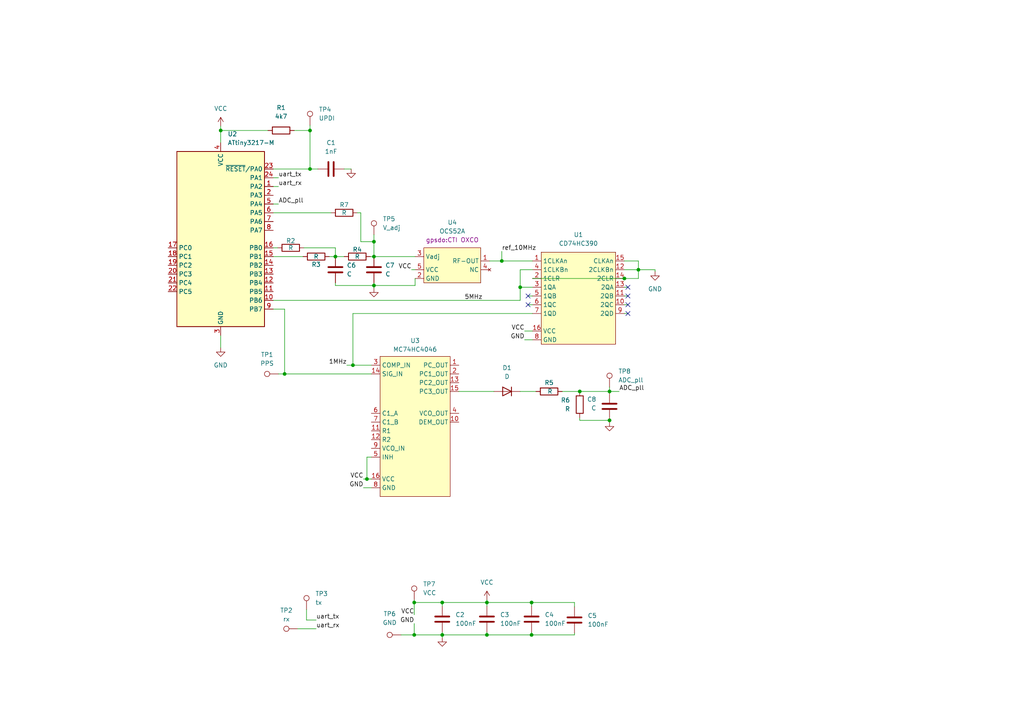
<source format=kicad_sch>
(kicad_sch (version 20211123) (generator eeschema)
  (paper "A4")
  (lib_symbols
    (symbol "Connector:TestPoint" (pin_numbers hide) (pin_names (offset 0.762) hide)
      (property "Reference" "TP" (at 0 6.858 0))
      (property "Value" "TestPoint" (at 0 5.08 0))
      (symbol "TestPoint_0_1"
        (circle (center 0 3.302) (radius 0.762))
      )
      (symbol "TestPoint_1_1"
        (pin passive line (at 0 0 90) (length 2.54) (name "1") (number "1"))
      )
    )
    (symbol "Device:C" (pin_numbers hide) (pin_names (offset 0.254))
      (property "Reference" "C" (at 0.635 2.54 0))
      (property "Value" "C" (at 0.635 -2.54 0))
      (symbol "C_0_1"
        (polyline (pts (xy -2.032 -0.762) (xy 2.032 -0.762)) (stroke (width 0.508)))
        (polyline (pts (xy -2.032 0.762) (xy 2.032 0.762)) (stroke (width 0.508)))
      )
      (symbol "C_1_1"
        (pin passive line (at 0 3.81 270) (length 2.794) (name "~") (number "1"))
        (pin passive line (at 0 -3.81 90) (length 2.794) (name "~") (number "2"))
      )
    )
    (symbol "Device:D" (pin_numbers hide) (pin_names (offset 1.016) hide)
      (property "Reference" "D" (at 0 2.54 0))
      (property "Value" "D" (at 0 -2.54 0))
      (symbol "D_0_1"
        (polyline (pts (xy -1.27 1.27) (xy -1.27 -1.27)) (stroke (width 0.254)))
        (polyline (pts (xy 1.27 0) (xy -1.27 0)))
        (polyline (pts (xy 1.27 1.27) (xy 1.27 -1.27) (xy -1.27 0) (xy 1.27 1.27)) (stroke (width 0.254)))
      )
      (symbol "D_1_1"
        (pin passive line (at -3.81 0 0) (length 2.54) (name "K") (number "1"))
        (pin passive line (at 3.81 0 180) (length 2.54) (name "A") (number "2"))
      )
    )
    (symbol "Device:R" (pin_numbers hide) (pin_names (offset 0))
      (property "Reference" "R" (at 2.032 0 90))
      (property "Value" "R" (at 0 0 90))
      (symbol "R_0_1"
        (rectangle (start -1.016 -2.54) (end 1.016 2.54) (stroke (width 0.254)))
      )
      (symbol "R_1_1"
        (pin passive line (at 0 3.81 270) (length 1.27) (name "~") (number "1"))
        (pin passive line (at 0 -3.81 90) (length 1.27) (name "~") (number "2"))
      )
    )
    (symbol "MCU_Microchip_ATtiny:ATtiny3217-M"
      (property "Reference" "U" (at -12.7 26.67 0))
      (property "Value" "ATtiny3217-M" (at 2.54 -26.67 0))
      (symbol "ATtiny3217-M_0_1"
        (rectangle (start -12.7 -25.4) (end 12.7 25.4) (stroke (width 0.254)) (fill (type background)))
      )
      (symbol "ATtiny3217-M_1_1"
        (pin bidirectional line (at 15.24 15.24 180) (length 2.54) (name "PA2") (number "1"))
        (pin bidirectional line (at 15.24 -17.78 180) (length 2.54) (name "PB6") (number "10"))
        (pin bidirectional line (at 15.24 -15.24 180) (length 2.54) (name "PB5") (number "11"))
        (pin bidirectional line (at 15.24 -12.7 180) (length 2.54) (name "PB4") (number "12"))
        (pin bidirectional line (at 15.24 -10.16 180) (length 2.54) (name "PB3") (number "13"))
        (pin bidirectional line (at 15.24 -7.62 180) (length 2.54) (name "PB2") (number "14"))
        (pin bidirectional line (at 15.24 -5.08 180) (length 2.54) (name "PB1") (number "15"))
        (pin bidirectional line (at 15.24 -2.54 180) (length 2.54) (name "PB0") (number "16"))
        (pin bidirectional line (at -15.24 -2.54 0) (length 2.54) (name "PC0") (number "17"))
        (pin bidirectional line (at -15.24 -5.08 0) (length 2.54) (name "PC1") (number "18"))
        (pin bidirectional line (at -15.24 -7.62 0) (length 2.54) (name "PC2") (number "19"))
        (pin bidirectional line (at 15.24 12.7 180) (length 2.54) (name "PA3") (number "2"))
        (pin bidirectional line (at -15.24 -10.16 0) (length 2.54) (name "PC3") (number "20"))
        (pin bidirectional line (at -15.24 -12.7 0) (length 2.54) (name "PC4") (number "21"))
        (pin bidirectional line (at -15.24 -15.24 0) (length 2.54) (name "PC5") (number "22"))
        (pin bidirectional line (at 15.24 20.32 180) (length 2.54) (name "~{RESET}/PA0") (number "23"))
        (pin bidirectional line (at 15.24 17.78 180) (length 2.54) (name "PA1") (number "24"))
        (pin passive line (at 0 -27.94 90) (length 2.54) hide (name "GND") (number "25"))
        (pin power_in line (at 0 -27.94 90) (length 2.54) (name "GND") (number "3"))
        (pin power_in line (at 0 27.94 270) (length 2.54) (name "VCC") (number "4"))
        (pin bidirectional line (at 15.24 10.16 180) (length 2.54) (name "PA4") (number "5"))
        (pin bidirectional line (at 15.24 7.62 180) (length 2.54) (name "PA5") (number "6"))
        (pin bidirectional line (at 15.24 5.08 180) (length 2.54) (name "PA6") (number "7"))
        (pin bidirectional line (at 15.24 2.54 180) (length 2.54) (name "PA7") (number "8"))
        (pin bidirectional line (at 15.24 -20.32 180) (length 2.54) (name "PB7") (number "9"))
      )
    )
    (symbol "gpsdo:CD74HC390"
      (property "Reference" "U" (at 0 17.78 0))
      (property "Value" "CD74HC390" (at 0 -15.24 0))
      (symbol "CD74HC390_0_1"
        (rectangle (start -11.43 13.97) (end 10.16 -12.7) (fill (type background)))
      )
      (symbol "CD74HC390_1_1"
        (pin input line (at -13.97 11.43 0) (length 2.54) (name "1CLKAn") (number "1"))
        (pin output line (at 12.7 -1.27 180) (length 2.54) (name "2QC") (number "10"))
        (pin output line (at 12.7 1.27 180) (length 2.54) (name "2QB") (number "11"))
        (pin input line (at 12.7 8.89 180) (length 2.54) (name "2CLKBn") (number "12"))
        (pin output line (at 12.7 3.81 180) (length 2.54) (name "2QA") (number "13"))
        (pin input line (at 12.7 6.35 180) (length 2.54) (name "2CLR") (number "14"))
        (pin input line (at 12.7 11.43 180) (length 2.54) (name "CLKAn") (number "15"))
        (pin input line (at -13.97 -8.89 0) (length 2.54) (name "VCC") (number "16"))
        (pin input line (at -13.97 6.35 0) (length 2.54) (name "1CLR") (number "2"))
        (pin output line (at -13.97 3.81 0) (length 2.54) (name "1QA") (number "3"))
        (pin input line (at -13.97 8.89 0) (length 2.54) (name "1CLKBn") (number "4"))
        (pin output line (at -13.97 1.27 0) (length 2.54) (name "1QB") (number "5"))
        (pin output line (at -13.97 -1.27 0) (length 2.54) (name "1QC") (number "6"))
        (pin output line (at -13.97 -3.81 0) (length 2.54) (name "1QD") (number "7"))
        (pin output line (at -13.97 -11.43 0) (length 2.54) (name "GND") (number "8"))
        (pin output line (at 12.7 -3.81 180) (length 2.54) (name "2QD") (number "9"))
      )
    )
    (symbol "gpsdo:MC74HC4046"
      (property "Reference" "U" (at 0 24.13 0))
      (property "Value" "MC74HC4046" (at 0 -21.59 0))
      (symbol "MC74HC4046_0_1"
        (rectangle (start -10.16 21.59) (end 10.16 -19.05) (fill (type background)))
      )
      (symbol "MC74HC4046_1_1"
        (pin output line (at 12.7 19.05 180) (length 2.54) (name "PC_OUT") (number "1"))
        (pin output line (at 12.7 2.54 180) (length 2.54) (name "DEM_OUT") (number "10"))
        (pin input line (at -12.7 0 0) (length 2.54) (name "R1") (number "11"))
        (pin input line (at -12.7 -2.54 0) (length 2.54) (name "R2") (number "12"))
        (pin output line (at 12.7 13.97 180) (length 2.54) (name "PC2_OUT") (number "13"))
        (pin input line (at -12.7 16.51 0) (length 2.54) (name "SIG_IN") (number "14"))
        (pin output line (at 12.7 11.43 180) (length 2.54) (name "PC3_OUT") (number "15"))
        (pin input line (at -12.7 -13.97 0) (length 2.54) (name "VCC") (number "16"))
        (pin output line (at 12.7 16.51 180) (length 2.54) (name "PC1_OUT") (number "2"))
        (pin input line (at -12.7 19.05 0) (length 2.54) (name "COMP_IN") (number "3"))
        (pin output line (at 12.7 5.08 180) (length 2.54) (name "VCO_OUT") (number "4"))
        (pin input line (at -12.7 -7.62 0) (length 2.54) (name "INH") (number "5"))
        (pin input line (at -12.7 5.08 0) (length 2.54) (name "C1_A") (number "6"))
        (pin input line (at -12.7 2.54 0) (length 2.54) (name "C1_B") (number "7"))
        (pin input line (at -12.7 -16.51 0) (length 2.54) (name "GND") (number "8"))
        (pin input line (at -12.7 -5.08 0) (length 2.54) (name "VCO_IN") (number "9"))
      )
    )
    (symbol "gpsdo:OCS52A"
      (property "Reference" "U" (at 0 6.35 0))
      (property "Value" "OCS52A" (at 0 -6.35 0))
      (property "Footprint" "gpsdo:CTI OXCO" (at 0 -8.89 0))
      (symbol "OCS52A_0_1"
        (rectangle (start -7.62 5.08) (end 8.89 -5.08) (fill (type background)))
      )
      (symbol "OCS52A_1_1"
        (pin output line (at 11.43 1.27 180) (length 2.54) (name "RF-OUT") (number "1"))
        (pin output line (at -10.16 -3.81 0) (length 2.54) (name "GND") (number "2"))
        (pin input line (at -10.16 2.54 0) (length 2.54) (name "Vadj") (number "3"))
        (pin no_connect line (at 11.43 -1.27 180) (length 2.54) (name "NC") (number "4"))
        (pin input line (at -10.16 -1.27 0) (length 2.54) (name "VCC") (number "5"))
      )
    )
    (symbol "power:GND" (power) (pin_names (offset 0))
      (property "Value" "GND" (at 0 -3.81 0))
      (symbol "GND_0_1"
        (polyline (pts (xy 0 0) (xy 0 -1.27) (xy 1.27 -1.27) (xy 0 -2.54) (xy -1.27 -1.27) (xy 0 -1.27)))
      )
      (symbol "GND_1_1"
        (pin power_in line (at 0 0 270) (length 0) hide (name "GND") (number "1"))
      )
    )
    (symbol "power:VCC" (power) (pin_names (offset 0))
      (property "Value" "VCC" (at 0 3.81 0))
      (symbol "VCC_0_1"
        (polyline (pts (xy -0.762 1.27) (xy 0 2.54)))
        (polyline (pts (xy 0 0) (xy 0 2.54)))
        (polyline (pts (xy 0 2.54) (xy 0.762 1.27)))
      )
      (symbol "VCC_1_1"
        (pin power_in line (at 0 0 90) (length 0) hide (name "VCC") (number "1"))
      )
    )
  )
  (junction (at 102.362 105.918))
  (junction (at 176.784 113.538))
  (junction (at 108.458 82.804))
  (junction (at 82.55 108.458))
  (junction (at 108.458 74.422))
  (junction (at 97.282 74.422))
  (junction (at 154.178 174.752))
  (junction (at 141.224 174.752))
  (junction (at 120.142 174.752))
  (junction (at 181.102 80.772))
  (junction (at 120.142 184.15))
  (junction (at 168.148 113.538))
  (junction (at 108.458 70.104))
  (junction (at 89.916 49.022))
  (junction (at 106.426 138.938))
  (junction (at 128.27 174.752))
  (junction (at 176.784 121.92))
  (junction (at 141.224 184.15))
  (junction (at 145.542 75.692))
  (junction (at 154.178 184.15))
  (junction (at 89.916 37.846))
  (junction (at 150.876 83.312))
  (junction (at 185.166 78.232))
  (junction (at 128.27 184.15))
  (junction (at 64.008 37.846))
  (no_connect (at 153.162 88.392))
  (no_connect (at 182.118 85.852))
  (no_connect (at 182.118 83.312))
  (no_connect (at 182.118 88.392))
  (no_connect (at 182.118 90.932))
  (no_connect (at 153.162 85.852))
  (wire (pts (xy 128.27 184.912) (xy 128.27 184.15)))
  (wire (pts (xy 120.142 180.848) (xy 120.142 184.15)))
  (wire (pts (xy 168.148 113.538) (xy 176.784 113.538)))
  (wire (pts (xy 141.224 173.99) (xy 141.224 174.752)))
  (wire (pts (xy 108.458 82.042) (xy 108.458 82.804)))
  (wire (pts (xy 108.458 68.072) (xy 108.458 70.104)))
  (wire (pts (xy 108.458 82.804) (xy 97.282 82.804)))
  (wire (pts (xy 105.41 138.938) (xy 106.426 138.938)))
  (wire (pts (xy 145.542 75.692) (xy 145.542 72.898)))
  (wire (pts (xy 152.146 98.552) (xy 154.432 98.552)))
  (wire (pts (xy 89.916 37.846) (xy 85.344 37.846)))
  (wire (pts (xy 108.458 70.104) (xy 104.648 70.104)))
  (wire (pts (xy 181.102 85.852) (xy 182.118 85.852)))
  (wire (pts (xy 64.008 37.846) (xy 64.008 41.402)))
  (wire (pts (xy 82.55 108.458) (xy 82.55 89.662)))
  (wire (pts (xy 108.458 70.104) (xy 108.458 74.422)))
  (wire (pts (xy 80.772 108.458) (xy 82.55 108.458)))
  (wire (pts (xy 128.27 184.15) (xy 141.224 184.15)))
  (wire (pts (xy 133.096 113.538) (xy 143.256 113.538)))
  (wire (pts (xy 176.784 122.428) (xy 176.784 121.92)))
  (wire (pts (xy 97.282 82.042) (xy 97.282 82.804)))
  (wire (pts (xy 166.624 174.752) (xy 154.178 174.752)))
  (wire (pts (xy 88.138 71.882) (xy 97.282 71.882)))
  (wire (pts (xy 168.148 113.538) (xy 163.068 113.538)))
  (wire (pts (xy 79.248 74.422) (xy 87.884 74.422)))
  (wire (pts (xy 95.504 74.422) (xy 97.282 74.422)))
  (wire (pts (xy 176.784 114.046) (xy 176.784 113.538)))
  (wire (pts (xy 141.224 174.752) (xy 141.224 175.768)))
  (wire (pts (xy 104.648 61.722) (xy 103.632 61.722)))
  (wire (pts (xy 152.146 96.012) (xy 154.432 96.012)))
  (wire (pts (xy 120.396 82.804) (xy 108.458 82.804)))
  (wire (pts (xy 128.27 174.752) (xy 141.224 174.752)))
  (wire (pts (xy 176.784 113.538) (xy 179.578 113.538)))
  (wire (pts (xy 176.784 121.666) (xy 176.784 121.92)))
  (wire (pts (xy 168.148 121.92) (xy 168.148 121.158)))
  (wire (pts (xy 106.426 132.588) (xy 106.426 138.938)))
  (wire (pts (xy 107.696 108.458) (xy 82.55 108.458)))
  (wire (pts (xy 185.166 78.232) (xy 185.166 80.772)))
  (wire (pts (xy 185.166 78.232) (xy 189.992 78.232)))
  (wire (pts (xy 166.624 184.15) (xy 154.178 184.15)))
  (wire (pts (xy 107.442 74.422) (xy 108.458 74.422)))
  (wire (pts (xy 108.458 82.804) (xy 108.458 83.566)))
  (wire (pts (xy 150.876 78.232) (xy 150.876 83.312)))
  (wire (pts (xy 102.362 105.918) (xy 107.696 105.918)))
  (wire (pts (xy 119.38 78.232) (xy 120.396 78.232)))
  (wire (pts (xy 120.396 80.772) (xy 120.396 82.804)))
  (wire (pts (xy 96.012 61.722) (xy 79.248 61.722)))
  (wire (pts (xy 155.448 113.538) (xy 150.876 113.538)))
  (wire (pts (xy 154.432 78.232) (xy 150.876 78.232)))
  (wire (pts (xy 104.648 70.104) (xy 104.648 61.722)))
  (wire (pts (xy 120.142 178.308) (xy 120.142 174.752)))
  (wire (pts (xy 141.986 75.692) (xy 145.542 75.692)))
  (wire (pts (xy 154.178 174.752) (xy 154.178 175.768)))
  (wire (pts (xy 176.784 112.268) (xy 176.784 113.538)))
  (wire (pts (xy 105.41 141.478) (xy 107.696 141.478)))
  (wire (pts (xy 89.916 49.022) (xy 92.202 49.022)))
  (wire (pts (xy 79.248 71.882) (xy 80.518 71.882)))
  (wire (pts (xy 154.178 184.15) (xy 154.178 183.388)))
  (wire (pts (xy 181.102 90.932) (xy 182.118 90.932)))
  (wire (pts (xy 128.27 174.752) (xy 128.27 175.768)))
  (wire (pts (xy 153.162 85.852) (xy 154.432 85.852)))
  (wire (pts (xy 108.458 74.422) (xy 120.396 74.422)))
  (wire (pts (xy 181.102 78.232) (xy 185.166 78.232)))
  (wire (pts (xy 107.696 132.588) (xy 106.426 132.588)))
  (wire (pts (xy 100.584 105.918) (xy 102.362 105.918)))
  (wire (pts (xy 102.362 90.932) (xy 154.432 90.932)))
  (wire (pts (xy 181.102 88.392) (xy 182.118 88.392)))
  (wire (pts (xy 141.224 184.15) (xy 154.178 184.15)))
  (wire (pts (xy 106.426 138.938) (xy 107.696 138.938)))
  (wire (pts (xy 166.624 183.642) (xy 166.624 184.15)))
  (wire (pts (xy 181.102 80.772) (xy 185.166 80.772)))
  (wire (pts (xy 97.282 71.882) (xy 97.282 74.422)))
  (wire (pts (xy 77.724 37.846) (xy 64.008 37.846)))
  (wire (pts (xy 166.624 174.752) (xy 166.624 176.022)))
  (wire (pts (xy 88.9 179.832) (xy 91.694 179.832)))
  (wire (pts (xy 168.148 121.92) (xy 176.784 121.92)))
  (wire (pts (xy 97.282 74.422) (xy 99.822 74.422)))
  (wire (pts (xy 150.876 83.312) (xy 150.876 87.122)))
  (wire (pts (xy 141.224 174.752) (xy 154.178 174.752)))
  (wire (pts (xy 153.162 88.392) (xy 154.432 88.392)))
  (wire (pts (xy 64.008 100.838) (xy 64.008 97.282)))
  (wire (pts (xy 79.248 54.102) (xy 80.772 54.102)))
  (wire (pts (xy 86.36 182.372) (xy 91.694 182.372)))
  (wire (pts (xy 120.142 184.15) (xy 128.27 184.15)))
  (wire (pts (xy 181.102 83.312) (xy 182.118 83.312)))
  (wire (pts (xy 79.248 49.022) (xy 89.916 49.022)))
  (wire (pts (xy 185.166 75.692) (xy 185.166 78.232)))
  (wire (pts (xy 88.9 176.784) (xy 88.9 179.832)))
  (wire (pts (xy 79.248 59.182) (xy 80.772 59.182)))
  (wire (pts (xy 150.876 83.312) (xy 154.432 83.312)))
  (wire (pts (xy 128.27 184.15) (xy 128.27 183.388)))
  (wire (pts (xy 120.142 174.752) (xy 128.27 174.752)))
  (wire (pts (xy 64.008 36.576) (xy 64.008 37.846)))
  (wire (pts (xy 79.248 87.122) (xy 150.876 87.122)))
  (wire (pts (xy 141.224 184.15) (xy 141.224 183.388)))
  (wire (pts (xy 154.432 80.772) (xy 181.102 80.772)))
  (wire (pts (xy 79.248 51.562) (xy 80.772 51.562)))
  (wire (pts (xy 181.102 75.692) (xy 185.166 75.692)))
  (wire (pts (xy 101.854 49.022) (xy 99.822 49.022)))
  (wire (pts (xy 120.142 173.99) (xy 120.142 174.752)))
  (wire (pts (xy 82.55 89.662) (xy 79.248 89.662)))
  (wire (pts (xy 116.332 184.15) (xy 120.142 184.15)))
  (wire (pts (xy 102.362 90.932) (xy 102.362 105.918)))
  (wire (pts (xy 189.992 78.74) (xy 189.992 78.232)))
  (wire (pts (xy 145.542 75.692) (xy 154.432 75.692)))
  (wire (pts (xy 89.916 36.322) (xy 89.916 37.846)))
  (wire (pts (xy 89.916 49.022) (xy 89.916 37.846)))
  (label "5MHz" (at 139.954 87.122 180))
  (label "ADC_pll" (at 80.772 59.182 0))
  (label "GND" (at 152.146 98.552 180))
  (label "1MHz" (at 100.584 105.918 180))
  (label "uart_tx" (at 91.694 179.832 0))
  (label "GND" (at 120.142 180.848 180))
  (label "ADC_pll" (at 179.578 113.538 0))
  (label "uart_rx" (at 80.772 54.102 0))
  (label "VCC" (at 119.38 78.232 180))
  (label "ref_10MHz" (at 145.542 72.898 0))
  (label "VCC" (at 120.142 178.308 180))
  (label "VCC" (at 152.146 96.012 180))
  (label "GND" (at 105.41 141.478 180))
  (label "uart_tx" (at 80.772 51.562 0))
  (label "uart_rx" (at 91.694 182.372 0))
  (label "VCC" (at 105.41 138.938 180))
  (symbol (lib_id "Connector:TestPoint") (at 89.916 36.322 0) (unit 1)
    (property "Reference" "TP4" (at 92.456 31.7499 0) (effects (justify left)))
    (property "Value" "UPDI" (at 92.456 34.2899 0) (effects (justify left)))
    (property "Footprint" "TestPoint:TestPoint_Loop_D1.80mm_Drill1.0mm_Beaded" (effects hide))
  )
  (symbol (lib_id "Connector:TestPoint") (at 86.36 182.372 90) (unit 1)
    (property "Reference" "TP2" (at 83.058 177.038 90))
    (property "Value" "rx" (at 83.058 179.578 90))
    (property "Footprint" "TestPoint:TestPoint_Loop_D1.80mm_Drill1.0mm_Beaded" (effects hide))
  )
  (symbol (lib_id "Device:R") (at 91.694 74.422 90) (unit 1)
    (property "Reference" "R3" (at 91.694 76.708 90))
    (property "Value" "R" (at 91.694 74.422 90))
    (property "Footprint" "Resistor_SMD:R_0805_2012Metric_Pad1.20x1.40mm_HandSolder" (effects hide))
  )
  (symbol (lib_id "Device:R") (at 103.632 74.422 90) (unit 1)
    (property "Reference" "R4" (at 103.632 72.39 90))
    (property "Value" "R" (at 103.632 74.422 90))
    (property "Footprint" "Resistor_SMD:R_0805_2012Metric_Pad1.20x1.40mm_HandSolder" (effects hide))
  )
  (symbol (lib_id "Device:C") (at 141.224 179.578 0) (unit 1)
    (property "Reference" "C3" (at 145.034 178.3079 0) (effects (justify left)))
    (property "Value" "100nF" (at 145.034 180.8479 0) (effects (justify left)))
    (property "Footprint" "Capacitor_SMD:C_0805_2012Metric_Pad1.18x1.45mm_HandSolder" (effects hide))
  )
  (symbol (lib_id "Device:C") (at 176.784 117.856 0) (mirror y) (unit 1)
    (property "Reference" "C8" (at 172.974 115.8239 0) (effects (justify left)))
    (property "Value" "C" (at 172.974 118.3639 0) (effects (justify left)))
    (property "Footprint" "Capacitor_SMD:C_0805_2012Metric_Pad1.18x1.45mm_HandSolder" (effects hide))
  )
  (symbol (lib_id "Device:R") (at 84.328 71.882 90) (unit 1)
    (property "Reference" "R2" (at 84.328 69.85 90))
    (property "Value" "R" (at 84.328 71.882 90))
    (property "Footprint" "Resistor_SMD:R_0805_2012Metric_Pad1.20x1.40mm_HandSolder" (effects hide))
  )
  (symbol (lib_id "Connector:TestPoint") (at 108.458 68.072 0) (unit 1)
    (property "Reference" "TP5" (at 110.998 63.4999 0) (effects (justify left)))
    (property "Value" "V_adj" (at 110.998 66.0399 0) (effects (justify left)))
    (property "Footprint" "TestPoint:TestPoint_Pad_2.0x2.0mm" (effects hide))
  )
  (symbol (lib_id "Device:R") (at 168.148 117.348 0) (mirror y) (unit 1)
    (property "Reference" "R6" (at 165.354 116.0779 0) (effects (justify left)))
    (property "Value" "R" (at 165.354 118.6179 0) (effects (justify left)))
    (property "Footprint" "Resistor_SMD:R_0805_2012Metric_Pad1.20x1.40mm_HandSolder" (effects hide))
  )
  (symbol (lib_id "gpsdo:MC74HC4046") (at 120.396 124.968 0) (unit 1)
    (property "Reference" "U3" (at 120.396 98.806 0))
    (property "Value" "MC74HC4046" (at 120.396 101.346 0))
    (property "Footprint" "gpsdo:DIP-16_300_ELL" (effects hide))
  )
  (symbol (lib_id "power:GND") (at 64.008 100.838 0) (unit 1)
    (property "Reference" "#PWR0102" (effects hide))
    (property "Value" "GND" (at 64.008 105.918 0))
  )
  (symbol (lib_id "power:VCC") (at 141.224 173.99 0) (unit 1)
    (property "Reference" "#PWR0103" (effects hide))
    (property "Value" "VCC" (at 141.224 168.91 0))
  )
  (symbol (lib_id "Connector:TestPoint") (at 116.332 184.15 90) (unit 1)
    (property "Reference" "TP6" (at 113.03 178.054 90))
    (property "Value" "GND" (at 113.03 180.594 90))
    (property "Footprint" "TestPoint:TestPoint_Loop_D1.80mm_Drill1.0mm_Beaded" (effects hide))
  )
  (symbol (lib_id "Device:R") (at 81.534 37.846 90) (unit 1)
    (property "Reference" "R1" (at 81.534 31.242 90))
    (property "Value" "4k7" (at 81.534 33.782 90))
    (property "Footprint" "Resistor_SMD:R_0805_2012Metric_Pad1.20x1.40mm_HandSolder" (effects hide))
  )
  (symbol (lib_id "power:GND") (at 101.854 49.022 0) (unit 1)
    (property "Reference" "#PWR0105" (effects hide))
    (property "Value" "GND" (effects hide))
  )
  (symbol (lib_id "gpsdo:CD74HC390") (at 168.402 87.122 0) (unit 1)
    (property "Reference" "U1" (at 167.767 68.072 0))
    (property "Value" "CD74HC390" (at 167.767 70.612 0))
    (property "Footprint" "gpsdo:DIP-16_300_ELL" (effects hide))
  )
  (symbol (lib_id "power:VCC") (at 64.008 36.576 0) (unit 1)
    (property "Reference" "#PWR0101" (effects hide))
    (property "Value" "VCC" (at 64.008 31.496 0))
  )
  (symbol (lib_id "Device:C") (at 154.178 179.578 0) (unit 1)
    (property "Reference" "C4" (at 157.988 178.3079 0) (effects (justify left)))
    (property "Value" "100nF" (at 157.988 180.8479 0) (effects (justify left)))
    (property "Footprint" "Resistor_SMD:R_0805_2012Metric_Pad1.20x1.40mm_HandSolder" (effects hide))
  )
  (symbol (lib_id "Connector:TestPoint") (at 120.142 173.99 0) (unit 1)
    (property "Reference" "TP7" (at 122.682 169.4179 0) (effects (justify left)))
    (property "Value" "VCC" (at 122.682 171.9579 0) (effects (justify left)))
    (property "Footprint" "TestPoint:TestPoint_Loop_D1.80mm_Drill1.0mm_Beaded" (effects hide))
  )
  (symbol (lib_id "Connector:TestPoint") (at 88.9 176.784 0) (unit 1)
    (property "Reference" "TP3" (at 91.44 172.2119 0) (effects (justify left)))
    (property "Value" "tx" (at 91.44 174.7519 0) (effects (justify left)))
    (property "Footprint" "TestPoint:TestPoint_Loop_D1.80mm_Drill1.0mm_Beaded" (effects hide))
  )
  (symbol (lib_id "MCU_Microchip_ATtiny:ATtiny3217-M") (at 64.008 69.342 0) (unit 1)
    (property "Reference" "U2" (at 66.0274 38.862 0) (effects (justify left)))
    (property "Value" "ATtiny3217-M" (at 66.0274 41.402 0) (effects (justify left)))
    (property "Footprint" "Package_DFN_QFN:QFN-24-1EP_4x4mm_P0.5mm_EP2.6x2.6mm" (effects hide))
    (property "Datasheet" "http://ww1.microchip.com/downloads/en/DeviceDoc/ATtiny3217_1617-Data-Sheet-40001999B.pdf" (effects hide))
  )
  (symbol (lib_id "gpsdo:OCS52A") (at 130.556 76.962 0) (unit 1)
    (property "Reference" "U4" (at 131.191 64.516 0))
    (property "Value" "OCS52A" (at 131.191 67.056 0))
    (property "Footprint" "gpsdo:CTI OXCO" (at 131.191 69.596 0))
  )
  (symbol (lib_id "power:GND") (at 128.27 184.912 0) (unit 1)
    (property "Reference" "#PWR0104" (effects hide))
    (property "Value" "GND" (effects hide))
  )
  (symbol (lib_id "Device:R") (at 99.822 61.722 90) (unit 1)
    (property "Reference" "R7" (at 99.822 59.436 90))
    (property "Value" "R" (at 99.822 61.722 90))
    (property "Footprint" "Resistor_SMD:R_0805_2012Metric_Pad1.20x1.40mm_HandSolder" (effects hide))
  )
  (symbol (lib_id "power:GND") (at 176.784 122.428 0) (mirror y) (unit 1)
    (property "Reference" "#PWR02" (effects hide))
    (property "Value" "GND" (effects hide))
  )
  (symbol (lib_id "Connector:TestPoint") (at 176.784 112.268 0) (unit 1)
    (property "Reference" "TP8" (at 179.324 107.6959 0) (effects (justify left)))
    (property "Value" "ADC_pll" (at 179.324 110.2359 0) (effects (justify left)))
    (property "Footprint" "TestPoint:TestPoint_Pad_2.0x2.0mm" (effects hide))
  )
  (symbol (lib_id "Connector:TestPoint") (at 80.772 108.458 90) (unit 1)
    (property "Reference" "TP1" (at 77.47 102.87 90))
    (property "Value" "PPS" (at 77.47 105.41 90))
    (property "Footprint" "TestPoint:TestPoint_Loop_D1.80mm_Drill1.0mm_Beaded" (effects hide))
  )
  (symbol (lib_id "power:GND") (at 189.992 78.74 0) (unit 1)
    (property "Reference" "#PWR03" (effects hide))
    (property "Value" "GND" (at 189.992 83.82 0))
  )
  (symbol (lib_id "Device:C") (at 166.624 179.832 0) (unit 1)
    (property "Reference" "C5" (at 170.434 178.5619 0) (effects (justify left)))
    (property "Value" "100nF" (at 170.434 181.1019 0) (effects (justify left)))
    (property "Footprint" "Resistor_SMD:R_0805_2012Metric_Pad1.20x1.40mm_HandSolder" (effects hide))
  )
  (symbol (lib_id "Device:C") (at 128.27 179.578 0) (unit 1)
    (property "Reference" "C2" (at 132.08 178.3079 0) (effects (justify left)))
    (property "Value" "100nF" (at 132.08 180.8479 0) (effects (justify left)))
    (property "Footprint" "Capacitor_SMD:C_0805_2012Metric_Pad1.18x1.45mm_HandSolder" (effects hide))
  )
  (symbol (lib_id "Device:D") (at 147.066 113.538 0) (mirror y) (unit 1)
    (property "Reference" "D1" (at 147.066 106.68 0))
    (property "Value" "D" (at 147.066 109.22 0))
    (property "Footprint" "Diode_THT:D_DO-35_SOD27_P2.54mm_Vertical_KathodeUp" (effects hide))
  )
  (symbol (lib_id "power:GND") (at 108.458 83.566 0) (unit 1)
    (property "Reference" "#PWR01" (effects hide))
    (property "Value" "GND" (effects hide))
  )
  (symbol (lib_id "Device:R") (at 159.258 113.538 270) (mirror x) (unit 1)
    (property "Reference" "R5" (at 159.258 110.998 90))
    (property "Value" "R" (at 159.512 113.538 90))
    (property "Footprint" "Resistor_SMD:R_0805_2012Metric_Pad1.20x1.40mm_HandSolder" (effects hide))
  )
  (symbol (lib_id "Device:C") (at 108.458 78.232 0) (unit 1)
    (property "Reference" "C7" (at 111.76 76.9619 0) (effects (justify left)))
    (property "Value" "C" (at 111.76 79.5019 0) (effects (justify left)))
    (property "Footprint" "Capacitor_SMD:C_0805_2012Metric_Pad1.18x1.45mm_HandSolder" (effects hide))
  )
  (symbol (lib_id "Device:C") (at 97.282 78.232 0) (unit 1)
    (property "Reference" "C6" (at 100.584 76.9619 0) (effects (justify left)))
    (property "Value" "C" (at 100.584 79.5019 0) (effects (justify left)))
    (property "Footprint" "Capacitor_SMD:C_0805_2012Metric_Pad1.18x1.45mm_HandSolder" (effects hide))
  )
  (symbol (lib_id "Device:C") (at 96.012 49.022 90) (unit 1)
    (property "Reference" "C1" (at 96.012 41.402 90))
    (property "Value" "1nF" (at 96.012 43.942 90))
    (property "Footprint" "Capacitor_SMD:C_0805_2012Metric_Pad1.18x1.45mm_HandSolder" (effects hide))
  )
)
</source>
